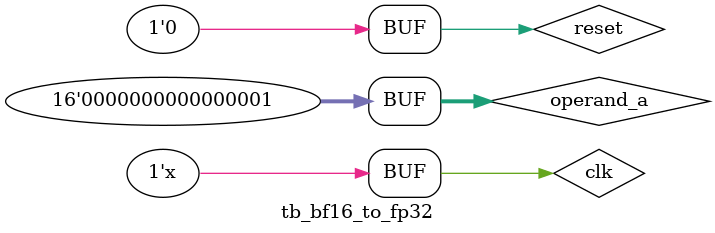
<source format=sv>
`timescale 1ns / 1ps

`timescale 1ns / 1ps

module tb_bf16_to_fp32;

    // Inputs
    reg clk;
    reg reset;
    reg [15:0] operand_a;

    // Outputs
    wire [31:0] result;
    wire invalid;
    wire overflow;
    wire underflow;
    wire inexact;

    // Instantiate the Unit Under Test (UUT)
    bf16_to_fp32 uut (
        .clk(clk),
        .reset(reset),
        .operand_a(operand_a),
        .result(result),
        .invalid(invalid),
        .overflow(overflow),
        .underflow(underflow),
        .inexact(inexact)
    );

    initial begin
        // Initialize Inputs
        clk = 0;
        reset = 1;
        operand_a = 0;

        // Wait 100 ns for global reset
        #100;
        reset = 0;

        // Add stimulus here
        // Test: Zero
        operand_a = 16'h0000; // BF16 Zero
        #10;

        // Test: Infinity
        operand_a = 16'h7F80; // BF16 Positive Infinity
        #10;

        // Test: Negative Infinity
        operand_a = 16'hFF80; // BF16 Negative Infinity
        #10;

        // Test: NaN
        operand_a = 16'h7FC0; // BF16 NaN
        #10;

        // Test: Normal Number
        operand_a = 16'h3C00; // BF16 1.0
        #10;

        // Test: Another Normal Number
        operand_a = 16'h3555; // BF16 Some positive value
        #10;

        // Test: Negative Number
        operand_a = 16'hB555; // BF16 Some negative value
        #10;

        // Test: Smallest Subnormal
        operand_a = 16'h0001; // BF16 Smallest Subnormal
        #10;
    end

    // Clock generation
    always #5 clk = ~clk;

endmodule


</source>
